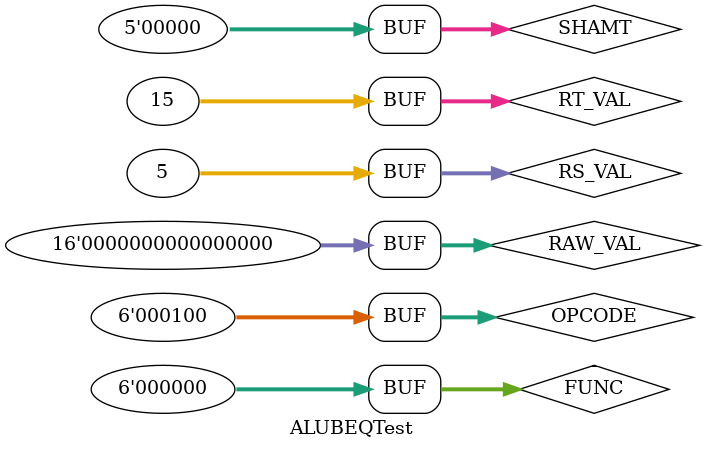
<source format=v>
`timescale 1ns / 1ps


module ALUBEQTest;

	// Inputs
	reg [5:0] OPCODE;
	reg [31:0] RS_VAL;
	reg [31:0] RT_VAL;
	reg [4:0] SHAMT;
	reg [5:0] FUNC;
	reg [15:0] RAW_VAL;

	// Outputs
	wire [31:0] RESULT;
	wire SIG_B;

	// Instantiate the Unit Under Test (UUT)
	ALU uut (
		.RESULT(RESULT), 
		.SIG_B(SIG_B), 
		.OPCODE(OPCODE), 
		.RS_VAL(RS_VAL), 
		.RT_VAL(RT_VAL), 
		.SHAMT(SHAMT), 
		.FUNC(FUNC), 
		.RAW_VAL(RAW_VAL)
	);

	initial begin
		// Initialize Inputs
		OPCODE = 0;
		RS_VAL = 0;
		RT_VAL = 0;
		SHAMT = 0;
		FUNC = 0;
		RAW_VAL = 0;

		// Wait 100 ns for global reset to finish
		#100;
        
		// Add stimulus here
		// Testing BEQ
		
		OPCODE = 6'b000100;
		RS_VAL = 15;
		RT_VAL = 12;
		SHAMT = 0;
		FUNC = 0;
		RAW_VAL = 0;
		#100;
		
		OPCODE = 6'b000100;
		RS_VAL = 15;
		RT_VAL = 15;
		SHAMT = 0;
		FUNC = 0;
		RAW_VAL = 0;
		#100;

		OPCODE = 6'b000100;
		RS_VAL = 5;
		RT_VAL = 15;
		SHAMT = 0;
		FUNC = 0;
		RAW_VAL = 0;
		#100;
		

	end
      
endmodule


</source>
